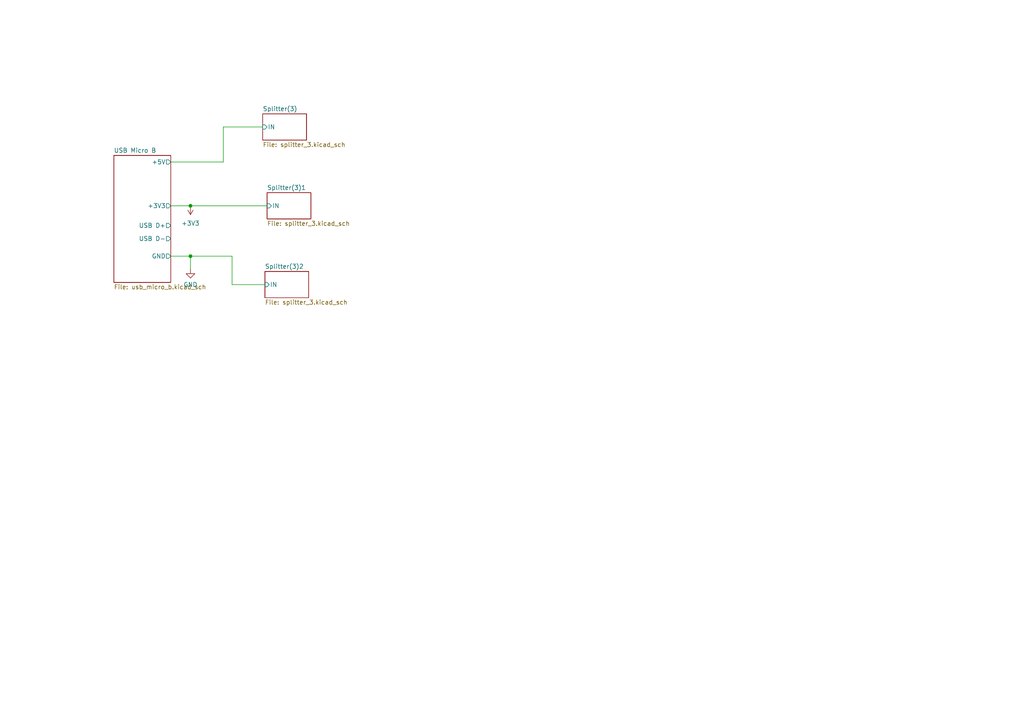
<source format=kicad_sch>
(kicad_sch (version 20230121) (generator eeschema)
  (paper "A4")
  (lib_symbols
    (symbol "power:+3V3" (power) (pin_names (offset 0))
      (property "Value" "+3V3" (at 0 3.556 0))
      (symbol "+3V3_0_1"
        (polyline (pts (xy -0.762 1.27) (xy 0 2.54)))
        (polyline (pts (xy 0 0) (xy 0 2.54)))
        (polyline (pts (xy 0 2.54) (xy 0.762 1.27)))
      )
      (symbol "+3V3_1_1"
        (pin power_in line (at 0 0 90) (length 0) hide (name "+3V3") (number "1"))
      )
    )
    (symbol "power:GND" (power) (pin_names (offset 0))
      (property "Value" "GND" (at 0 -3.81 0))
      (symbol "GND_0_1"
        (polyline (pts (xy 0 0) (xy 0 -1.27) (xy 1.27 -1.27) (xy 0 -2.54) (xy -1.27 -1.27) (xy 0 -1.27)))
      )
      (symbol "GND_1_1"
        (pin power_in line (at 0 0 270) (length 0) hide (name "GND") (number "1"))
      )
    )
  )
  (junction (at 55.245 74.295))
  (junction (at 55.245 59.69))
  (wire (pts (xy 64.77 46.99) (xy 64.77 36.83)))
  (wire (pts (xy 64.77 36.83) (xy 76.2 36.83)))
  (wire (pts (xy 67.31 74.295) (xy 67.31 82.55)))
  (wire (pts (xy 67.31 82.55) (xy 76.835 82.55)))
  (wire (pts (xy 55.245 74.295) (xy 55.245 78.105)))
  (wire (pts (xy 49.53 46.99) (xy 64.77 46.99)))
  (wire (pts (xy 49.53 74.295) (xy 55.245 74.295)))
  (wire (pts (xy 55.245 59.69) (xy 77.47 59.69)))
  (wire (pts (xy 55.245 74.295) (xy 67.31 74.295)))
  (wire (pts (xy 49.53 59.69) (xy 55.245 59.69)))
  (symbol (lib_id "power:GND") (at 55.245 78.105 0) (unit 1)
    (property "Reference" "#PWR02" (effects hide))
    (property "Value" "GND" (at 55.245 82.55 0))
  )
  (symbol (lib_id "power:+3V3") (at 55.245 59.69 180) (unit 1)
    (property "Reference" "#PWR01" (effects hide))
    (property "Value" "+3V3" (at 55.245 64.77 0))
  )
  (sheet (at 76.2 33.02) (size 12.7 7.62) (stroke (width 0.1524))
    (property "Sheetname" "Splitter(3)" (at 76.2 32.3084 0) (effects (justify left bottom)))
    (property "Sheetfile" "splitter_3.kicad_sch" (at 76.2 41.2246 0) (effects (justify left top)))
    (pin "IN" input (at 76.2 36.83 180))
  )
  (sheet (at 77.47 55.88) (size 12.7 7.62) (stroke (width 0.1524))
    (property "Sheetname" "Splitter(3)1" (at 77.47 55.1684 0) (effects (justify left bottom)))
    (property "Sheetfile" "splitter_3.kicad_sch" (at 77.47 64.0846 0) (effects (justify left top)))
    (pin "IN" input (at 77.47 59.69 180))
  )
  (sheet (at 33.02 45.085) (size 16.51 36.83) (stroke (width 0.1524))
    (property "Sheetname" "USB Micro B" (at 33.02 44.3734 0) (effects (justify left bottom)))
    (property "Sheetfile" "usb_micro_b.kicad_sch" (at 33.02 82.4996 0) (effects (justify left top)))
    (pin "GND" output (at 49.53 74.295 0))
    (pin "+5V" output (at 49.53 46.99 0))
    (pin "+3V3" output (at 49.53 59.69 0))
    (pin "USB D+" output (at 49.53 65.405 0))
    (pin "USB D-" output (at 49.53 69.215 0))
  )
  (sheet (at 76.835 78.74) (size 12.7 7.62) (stroke (width 0.1524))
    (property "Sheetname" "Splitter(3)2" (at 76.835 78.0284 0) (effects (justify left bottom)))
    (property "Sheetfile" "splitter_3.kicad_sch" (at 76.835 86.9446 0) (effects (justify left top)))
    (pin "IN" input (at 76.835 82.55 180))
  )
)
</source>
